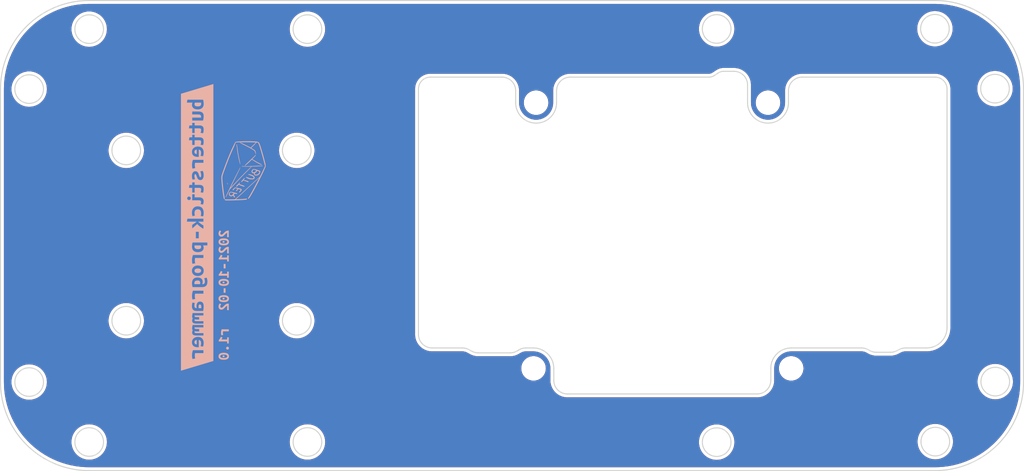
<source format=kicad_pcb>
(kicad_pcb (version 20210925) (generator pcbnew)
  (title_block (title "programming jig") (date "2021-10-04") (rev "r1.0") (company "GsD - @gregdavill") (comment 1 "mid PCB"))
  (layers (0 "F.Cu" signal) (31 "B.Cu" signal) (34 "B.Paste" user) (35 "F.Paste" user) (36 "B.SilkS" user "B.Silkscreen") (37 "F.SilkS" user "F.Silkscreen") (38 "B.Mask" user) (39 "F.Mask" user) (44 "Edge.Cuts" user))
  (net 0 "")
  (net 1 "GND")
  (footprint "MountingHole:MountingHole_3.2mm_M3_DIN965" (layer "F.Cu") (at 157.3 122.75)
    (fp_text reference "H4" hide)
    (fp_text value "MountingHole")
    (pad "" np_thru_hole circle locked (at 0 0) (size 3.2 3.2) (drill 3.2) (layers *.Cu *.Mask))
  )
  (footprint "MountingHole:MountingHole_3.2mm_M3_DIN965" (layer "F.Cu") (at 119.525 122.75)
    (fp_text reference "H3" hide)
    (fp_text value "MountingHole")
    (pad "" np_thru_hole circle locked (at 0 0) (size 3.2 3.2) (drill 3.2) (layers *.Cu *.Mask))
  )
  (footprint "MountingHole:MountingHole_3.2mm_M3_DIN965" (layer "F.Cu") (at 153.9 83.75)
    (fp_text reference "H1" hide)
    (fp_text value "MountingHole")
    (pad "" np_thru_hole circle locked (at 0 0) (size 3.2 3.2) (drill 3.2) (layers *.Cu *.Mask))
  )
  (footprint "MountingHole:MountingHole_3.2mm_M3_DIN965" (layer "F.Cu") (at 119.9 83.75)
    (fp_text reference "H2" hide)
    (fp_text value "MountingHole")
    (pad "" np_thru_hole circle locked (at 0 0) (size 3.2 3.2) (drill 3.2) (layers *.Cu *.Mask))
  )
  (footprint "kibuzzard-615A7324" (layer "B.Cu") (at 70.20368 102.05 -90)
    (fp_text reference "kibuzzard-615A7324" hide)
    (fp_text value "G***" hide)
  )
  (footprint "kibuzzard-615A7371" (layer "B.Cu") (at 74.10368 119.249999 -90)
    (fp_text reference "kibuzzard-615A7371" hide)
    (fp_text value "G***" hide)
  )
  (footprint "kibuzzard-615A738C" (layer "B.Cu") (at 74.10368 108.349999 -90)
    (fp_text reference "kibuzzard-615A738C" hide)
    (fp_text value "G***" hide)
  )
  (footprint "logo" (layer "B.Cu") (at 76.675371 93.53363 -90)
    (fp_text reference "G***" hide)
    (fp_text value "LOGO" hide)
  )
  (gr_arc (start 167.612807 121.75) (end 168.579479 119.99913) (angle -28.90350543) (layer "Edge.Cuts") (width 0.15))
  (gr_line (start 169.795472 120.385912) (end 171.872333 120.385912) (layer "Edge.Cuts") (width 0.15))
  (gr_arc (start 116.093449 118.470464) (end 116.093449 120.470464) (angle -30.50846484) (layer "Edge.Cuts") (width 0.15))
  (gr_line (start 146.622475 79.376198) (end 146.02216 79.77032) (layer "Edge.Cuts") (width 0.15))
  (gr_line (start 54.372318 68.753681) (end 178.372316 68.75368) (layer "Edge.Cuts") (width 0.15))
  (gr_line (start 172.813484 120.150631) (end 173.123528 119.98528) (layer "Edge.Cuts") (width 0.15))
  (gr_line (start 104.653638 119.75) (end 109.087295 119.75) (layer "Edge.Cuts") (width 0.15))
  (gr_circle (center 146.374215 72.926444) (end 144.274215 72.926444) (layer "Edge.Cuts") (width 0.15) (fill none))
  (gr_arc (start 178.372318 124.75368) (end 178.372317 137.753679) (angle -90) (layer "Edge.Cuts") (width 0.15))
  (gr_line (start 180.153638 116.749999) (end 180.153638 81.750001) (layer "Edge.Cuts") (width 0.15))
  (gr_circle (center 187.184092 81.689398) (end 185.084091 81.689398) (layer "Edge.Cuts") (width 0.15) (fill none))
  (gr_arc (start 124.493639 124.499999) (end 122.493639 124.5) (angle -90) (layer "Edge.Cuts") (width 0.15))
  (gr_line (start 168.579479 119.99913) (end 168.8288 120.136782) (layer "Edge.Cuts") (width 0.15))
  (gr_arc (start 147.390819 80.546518) (end 147.390819 79.146518) (angle -33.28591167) (layer "Edge.Cuts") (width 0.15))
  (gr_line (start 41.372318 124.753679) (end 41.372318 81.753681) (layer "Edge.Cuts") (width 0.15))
  (gr_arc (start 119.493638 122.75) (end 122.493638 122.750001) (angle -90) (layer "Edge.Cuts") (width 0.15))
  (gr_circle (center 146.376186 133.575285) (end 144.276187 133.575285) (layer "Edge.Cuts") (width 0.15) (fill none))
  (gr_arc (start 119.903638 83.75) (end 116.903638 83.75) (angle -180) (layer "Edge.Cuts") (width 0.15))
  (gr_arc (start 177.153637 116.749999) (end 177.153637 119.75) (angle -90) (layer "Edge.Cuts") (width 0.15))
  (gr_line (start 122.493638 122.750001) (end 122.493639 124.5) (layer "Edge.Cuts") (width 0.15))
  (gr_line (start 148.903637 79.146518) (end 147.390819 79.146518) (layer "Edge.Cuts") (width 0.15))
  (gr_circle (center 86.374222 72.953681) (end 84.274222 72.953681) (layer "Edge.Cuts") (width 0.15) (fill none))
  (gr_line (start 178.372317 137.753679) (end 54.372318 137.753679) (layer "Edge.Cuts") (width 0.15))
  (gr_line (start 178.403638 80) (end 158.903637 80) (layer "Edge.Cuts") (width 0.15))
  (gr_arc (start 157.313638 122.75) (end 157.313638 119.75) (angle -90) (layer "Edge.Cuts") (width 0.15))
  (gr_arc (start 178.403637 81.75) (end 180.153638 81.750001) (angle -90) (layer "Edge.Cuts") (width 0.15))
  (gr_line (start 124.493639 126.5) (end 152.313638 126.5) (layer "Edge.Cuts") (width 0.15))
  (gr_line (start 156.903637 82) (end 156.903637 83.75) (layer "Edge.Cuts") (width 0.15))
  (gr_circle (center 45.573717 124.754606) (end 43.473717 124.754606) (layer "Edge.Cuts") (width 0.15) (fill none))
  (gr_arc (start 104.403638 81.75) (end 104.403638 80) (angle -90) (layer "Edge.Cuts") (width 0.15))
  (gr_line (start 116.903638 83.75) (end 116.903638 82) (layer "Edge.Cuts") (width 0.15))
  (gr_line (start 145.253816 80) (end 124.903639 80) (layer "Edge.Cuts") (width 0.15))
  (gr_arc (start 118.406985 121.75) (end 118.406985 119.75) (angle -30.50846484) (layer "Edge.Cuts") (width 0.15))
  (gr_circle (center 54.374289 133.554033) (end 52.274289 133.554033) (layer "Edge.Cuts") (width 0.15) (fill none))
  (gr_line (start 118.406985 119.75) (end 119.493638 119.75) (layer "Edge.Cuts") (width 0.15))
  (gr_arc (start 111.429562 118.470464) (end 110.474333 120.227604) (angle -28.52971843) (layer "Edge.Cuts") (width 0.15))
  (gr_arc (start 174.06468 121.75) (end 174.06468 119.75) (angle -28.07167155) (layer "Edge.Cuts") (width 0.15))
  (gr_line (start 111.429562 120.470464) (end 116.093449 120.470464) (layer "Edge.Cuts") (width 0.15))
  (gr_arc (start 124.903639 82.000001) (end 124.903639 80) (angle -90) (layer "Edge.Cuts") (width 0.15))
  (gr_arc (start 148.903638 81.146518) (end 150.903638 81.146518) (angle -90) (layer "Edge.Cuts") (width 0.15))
  (gr_line (start 154.313638 124.5) (end 154.313638 122.75) (layer "Edge.Cuts") (width 0.15))
  (gr_line (start 117.10878 120.193573) (end 117.391654 120.026891) (layer "Edge.Cuts") (width 0.15))
  (gr_line (start 102.653638 81.75) (end 102.653638 117.75) (layer "Edge.Cuts") (width 0.15))
  (gr_line (start 150.903638 83.75) (end 150.903638 81.146518) (layer "Edge.Cuts") (width 0.15))
  (gr_line (start 114.903638 80) (end 104.403638 80) (layer "Edge.Cuts") (width 0.15))
  (gr_arc (start 114.903639 82.000001) (end 116.903638 82) (angle -90) (layer "Edge.Cuts") (width 0.15))
  (gr_circle (center 178.376105 72.897391) (end 176.276105 72.897391) (layer "Edge.Cuts") (width 0.15) (fill none))
  (gr_circle (center 178.429152 133.49772) (end 176.329152 133.49772) (layer "Edge.Cuts") (width 0.15) (fill none))
  (gr_line (start 191.372318 81.75368) (end 191.372318 124.753679) (layer "Edge.Cuts") (width 0.15))
  (gr_circle (center 84.80999 90.75368) (end 82.70999 90.75368) (layer "Edge.Cuts") (width 0.15) (fill none))
  (gr_arc (start 158.903638 82) (end 158.903637 80) (angle -90) (layer "Edge.Cuts") (width 0.15))
  (gr_arc (start 54.372318 81.75368) (end 54.372318 68.753681) (angle -90) (layer "Edge.Cuts") (width 0.15))
  (gr_circle (center 45.572318 81.75368) (end 43.472319 81.75368) (layer "Edge.Cuts") (width 0.15) (fill none))
  (gr_circle (center 54.372318 72.953681) (end 52.272318 72.953681) (layer "Edge.Cuts") (width 0.15) (fill none))
  (gr_circle (center 59.80999 115.753679) (end 57.70999 115.753679) (layer "Edge.Cuts") (width 0.15) (fill none))
  (gr_circle (center 86.376193 133.551952) (end 84.276193 133.551953) (layer "Edge.Cuts") (width 0.15) (fill none))
  (gr_circle (center 84.80999 115.75368) (end 82.70999 115.753679) (layer "Edge.Cuts") (width 0.15) (fill none))
  (gr_line (start 157.313638 119.75) (end 167.612807 119.75) (layer "Edge.Cuts") (width 0.15))
  (gr_arc (start 109.087295 121.75) (end 110.042524 119.992861) (angle -28.52971843) (layer "Edge.Cuts") (width 0.15))
  (gr_arc (start 54.372318 124.75368) (end 41.372318 124.753679) (angle -90) (layer "Edge.Cuts") (width 0.15))
  (gr_arc (start 152.313638 124.5) (end 152.313638 126.5) (angle -90) (layer "Edge.Cuts") (width 0.15))
  (gr_line (start 174.06468 119.75) (end 177.153637 119.75) (layer "Edge.Cuts") (width 0.15))
  (gr_arc (start 171.872334 118.385912) (end 171.872333 120.385912) (angle -28.07167155) (layer "Edge.Cuts") (width 0.15))
  (gr_arc (start 153.903637 83.75) (end 150.903638 83.75) (angle -180) (layer "Edge.Cuts") (width 0.15))
  (gr_arc (start 104.653638 117.75) (end 102.653638 117.75) (angle -90) (layer "Edge.Cuts") (width 0.15))
  (gr_line (start 122.903638 82) (end 122.903638 83.75) (layer "Edge.Cuts") (width 0.15))
  (gr_circle (center 59.80999 90.75368) (end 57.70999 90.75368) (layer "Edge.Cuts") (width 0.15) (fill none))
  (gr_circle (center 187.221732 124.690306) (end 185.121732 124.690306) (layer "Edge.Cuts") (width 0.15) (fill none))
  (gr_arc (start 169.795472 118.385912) (end 168.8288 120.136782) (angle -28.90350543) (layer "Edge.Cuts") (width 0.15))
  (gr_arc (start 178.372318 81.75368) (end 191.372318 81.75368) (angle -90) (layer "Edge.Cuts") (width 0.15))
  (gr_arc (start 145.253816 78.600001) (end 145.253816 80) (angle -33.28591167) (layer "Edge.Cuts") (width 0.15))
  (gr_line (start 110.042524 119.992861) (end 110.474333 120.227604) (layer "Edge.Cuts") (width 0.15))
  (zone (net 1) (net_name "GND") (layers F&B.Cu) (priority 5) (connect_pads no (clearance 0.2)) (min_thickness 0.2) (fill yes (thermal_gap 0.25) (thermal_bridge_width 0.25) (island_removal_mode 2) (island_area_min -2147.483648))
    (polygon (pts (xy 191.40368 137.75) (xy 41.40368 137.75) (xy 41.40368 68.75) (xy 191.40368 68.75)))
  )
)
</source>
